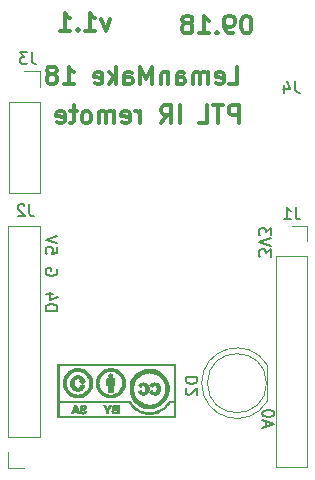
<source format=gbo>
G04 #@! TF.GenerationSoftware,KiCad,Pcbnew,5.0.0*
G04 #@! TF.CreationDate,2018-08-02T12:49:40+02:00*
G04 #@! TF.ProjectId,PTL-IR_remote,50544C2D49525F72656D6F74652E6B69,v1.1*
G04 #@! TF.SameCoordinates,PXa4b7f80PY71d9820*
G04 #@! TF.FileFunction,Legend,Bot*
G04 #@! TF.FilePolarity,Positive*
%FSLAX46Y46*%
G04 Gerber Fmt 4.6, Leading zero omitted, Abs format (unit mm)*
G04 Created by KiCad (PCBNEW 5.0.0) date Thu Aug  2 12:49:40 2018*
%MOMM*%
%LPD*%
G01*
G04 APERTURE LIST*
%ADD10C,0.150000*%
%ADD11C,0.300000*%
%ADD12C,0.120000*%
%ADD13C,0.002540*%
G04 APERTURE END LIST*
D10*
X3103619Y13231905D02*
X4103619Y13231905D01*
X4103619Y13470000D01*
X4056000Y13612858D01*
X3960761Y13708096D01*
X3865523Y13755715D01*
X3675047Y13803334D01*
X3532190Y13803334D01*
X3341714Y13755715D01*
X3246476Y13708096D01*
X3151238Y13612858D01*
X3103619Y13470000D01*
X3103619Y13231905D01*
X3770285Y14660477D02*
X3103619Y14660477D01*
X4151238Y14422381D02*
X3436952Y14184286D01*
X3436952Y14803334D01*
X21733333Y3385715D02*
X21733333Y3861905D01*
X21447619Y3290477D02*
X22447619Y3623810D01*
X21447619Y3957143D01*
X22447619Y4480953D02*
X22447619Y4576191D01*
X22400000Y4671429D01*
X22352380Y4719048D01*
X22257142Y4766667D01*
X22066666Y4814286D01*
X21828571Y4814286D01*
X21638095Y4766667D01*
X21542857Y4719048D01*
X21495238Y4671429D01*
X21447619Y4576191D01*
X21447619Y4480953D01*
X21495238Y4385715D01*
X21542857Y4338096D01*
X21638095Y4290477D01*
X21828571Y4242858D01*
X22066666Y4242858D01*
X22257142Y4290477D01*
X22352380Y4338096D01*
X22400000Y4385715D01*
X22447619Y4480953D01*
X22147619Y17811905D02*
X22147619Y18430953D01*
X21766666Y18097620D01*
X21766666Y18240477D01*
X21719047Y18335715D01*
X21671428Y18383334D01*
X21576190Y18430953D01*
X21338095Y18430953D01*
X21242857Y18383334D01*
X21195238Y18335715D01*
X21147619Y18240477D01*
X21147619Y17954762D01*
X21195238Y17859524D01*
X21242857Y17811905D01*
X22147619Y18716667D02*
X21147619Y19050000D01*
X22147619Y19383334D01*
X22147619Y19621429D02*
X22147619Y20240477D01*
X21766666Y19907143D01*
X21766666Y20050000D01*
X21719047Y20145239D01*
X21671428Y20192858D01*
X21576190Y20240477D01*
X21338095Y20240477D01*
X21242857Y20192858D01*
X21195238Y20145239D01*
X21147619Y20050000D01*
X21147619Y19764286D01*
X21195238Y19669048D01*
X21242857Y19621429D01*
X4103619Y18605524D02*
X4103619Y18129334D01*
X3627428Y18081715D01*
X3675047Y18129334D01*
X3722666Y18224572D01*
X3722666Y18462667D01*
X3675047Y18557905D01*
X3627428Y18605524D01*
X3532190Y18653143D01*
X3294095Y18653143D01*
X3198857Y18605524D01*
X3151238Y18557905D01*
X3103619Y18462667D01*
X3103619Y18224572D01*
X3151238Y18129334D01*
X3198857Y18081715D01*
X4103619Y18938858D02*
X3103619Y19272191D01*
X4103619Y19605524D01*
X4056000Y16771905D02*
X4103619Y16676667D01*
X4103619Y16533810D01*
X4056000Y16390953D01*
X3960761Y16295715D01*
X3865523Y16248096D01*
X3675047Y16200477D01*
X3532190Y16200477D01*
X3341714Y16248096D01*
X3246476Y16295715D01*
X3151238Y16390953D01*
X3103619Y16533810D01*
X3103619Y16629048D01*
X3151238Y16771905D01*
X3198857Y16819524D01*
X3532190Y16819524D01*
X3532190Y16629048D01*
D11*
X18633571Y32421429D02*
X19347857Y32421429D01*
X19347857Y33921429D01*
X17562142Y32492858D02*
X17705000Y32421429D01*
X17990714Y32421429D01*
X18133571Y32492858D01*
X18205000Y32635715D01*
X18205000Y33207143D01*
X18133571Y33350000D01*
X17990714Y33421429D01*
X17705000Y33421429D01*
X17562142Y33350000D01*
X17490714Y33207143D01*
X17490714Y33064286D01*
X18205000Y32921429D01*
X16847857Y32421429D02*
X16847857Y33421429D01*
X16847857Y33278572D02*
X16776428Y33350000D01*
X16633571Y33421429D01*
X16419285Y33421429D01*
X16276428Y33350000D01*
X16205000Y33207143D01*
X16205000Y32421429D01*
X16205000Y33207143D02*
X16133571Y33350000D01*
X15990714Y33421429D01*
X15776428Y33421429D01*
X15633571Y33350000D01*
X15562142Y33207143D01*
X15562142Y32421429D01*
X14205000Y32421429D02*
X14205000Y33207143D01*
X14276428Y33350000D01*
X14419285Y33421429D01*
X14705000Y33421429D01*
X14847857Y33350000D01*
X14205000Y32492858D02*
X14347857Y32421429D01*
X14705000Y32421429D01*
X14847857Y32492858D01*
X14919285Y32635715D01*
X14919285Y32778572D01*
X14847857Y32921429D01*
X14705000Y32992858D01*
X14347857Y32992858D01*
X14205000Y33064286D01*
X13490714Y33421429D02*
X13490714Y32421429D01*
X13490714Y33278572D02*
X13419285Y33350000D01*
X13276428Y33421429D01*
X13062142Y33421429D01*
X12919285Y33350000D01*
X12847857Y33207143D01*
X12847857Y32421429D01*
X12133571Y32421429D02*
X12133571Y33921429D01*
X11633571Y32850000D01*
X11133571Y33921429D01*
X11133571Y32421429D01*
X9776428Y32421429D02*
X9776428Y33207143D01*
X9847857Y33350000D01*
X9990714Y33421429D01*
X10276428Y33421429D01*
X10419285Y33350000D01*
X9776428Y32492858D02*
X9919285Y32421429D01*
X10276428Y32421429D01*
X10419285Y32492858D01*
X10490714Y32635715D01*
X10490714Y32778572D01*
X10419285Y32921429D01*
X10276428Y32992858D01*
X9919285Y32992858D01*
X9776428Y33064286D01*
X9062142Y32421429D02*
X9062142Y33921429D01*
X8919285Y32992858D02*
X8490714Y32421429D01*
X8490714Y33421429D02*
X9062142Y32850000D01*
X7276428Y32492858D02*
X7419285Y32421429D01*
X7705000Y32421429D01*
X7847857Y32492858D01*
X7919285Y32635715D01*
X7919285Y33207143D01*
X7847857Y33350000D01*
X7705000Y33421429D01*
X7419285Y33421429D01*
X7276428Y33350000D01*
X7205000Y33207143D01*
X7205000Y33064286D01*
X7919285Y32921429D01*
X4633571Y32421429D02*
X5490714Y32421429D01*
X5062142Y32421429D02*
X5062142Y33921429D01*
X5205000Y33707143D01*
X5347857Y33564286D01*
X5490714Y33492858D01*
X3776428Y33278572D02*
X3919285Y33350000D01*
X3990714Y33421429D01*
X4062142Y33564286D01*
X4062142Y33635715D01*
X3990714Y33778572D01*
X3919285Y33850000D01*
X3776428Y33921429D01*
X3490714Y33921429D01*
X3347857Y33850000D01*
X3276428Y33778572D01*
X3205000Y33635715D01*
X3205000Y33564286D01*
X3276428Y33421429D01*
X3347857Y33350000D01*
X3490714Y33278572D01*
X3776428Y33278572D01*
X3919285Y33207143D01*
X3990714Y33135715D01*
X4062142Y32992858D01*
X4062142Y32707143D01*
X3990714Y32564286D01*
X3919285Y32492858D01*
X3776428Y32421429D01*
X3490714Y32421429D01*
X3347857Y32492858D01*
X3276428Y32564286D01*
X3205000Y32707143D01*
X3205000Y32992858D01*
X3276428Y33135715D01*
X3347857Y33207143D01*
X3490714Y33278572D01*
X8542857Y37921429D02*
X8185714Y36921429D01*
X7828571Y37921429D01*
X6471428Y36921429D02*
X7328571Y36921429D01*
X6900000Y36921429D02*
X6900000Y38421429D01*
X7042857Y38207143D01*
X7185714Y38064286D01*
X7328571Y37992858D01*
X5828571Y37064286D02*
X5757142Y36992858D01*
X5828571Y36921429D01*
X5900000Y36992858D01*
X5828571Y37064286D01*
X5828571Y36921429D01*
X4328571Y36921429D02*
X5185714Y36921429D01*
X4757142Y36921429D02*
X4757142Y38421429D01*
X4900000Y38207143D01*
X5042857Y38064286D01*
X5185714Y37992858D01*
X19447857Y29121429D02*
X19447857Y30621429D01*
X18876428Y30621429D01*
X18733571Y30550000D01*
X18662142Y30478572D01*
X18590714Y30335715D01*
X18590714Y30121429D01*
X18662142Y29978572D01*
X18733571Y29907143D01*
X18876428Y29835715D01*
X19447857Y29835715D01*
X18162142Y30621429D02*
X17305000Y30621429D01*
X17733571Y29121429D02*
X17733571Y30621429D01*
X16090714Y29121429D02*
X16805000Y29121429D01*
X16805000Y30621429D01*
X14447857Y29121429D02*
X14447857Y30621429D01*
X12876428Y29121429D02*
X13376428Y29835715D01*
X13733571Y29121429D02*
X13733571Y30621429D01*
X13162142Y30621429D01*
X13019285Y30550000D01*
X12947857Y30478572D01*
X12876428Y30335715D01*
X12876428Y30121429D01*
X12947857Y29978572D01*
X13019285Y29907143D01*
X13162142Y29835715D01*
X13733571Y29835715D01*
X11090714Y29121429D02*
X11090714Y30121429D01*
X11090714Y29835715D02*
X11019285Y29978572D01*
X10947857Y30050000D01*
X10805000Y30121429D01*
X10662142Y30121429D01*
X9590714Y29192858D02*
X9733571Y29121429D01*
X10019285Y29121429D01*
X10162142Y29192858D01*
X10233571Y29335715D01*
X10233571Y29907143D01*
X10162142Y30050000D01*
X10019285Y30121429D01*
X9733571Y30121429D01*
X9590714Y30050000D01*
X9519285Y29907143D01*
X9519285Y29764286D01*
X10233571Y29621429D01*
X8876428Y29121429D02*
X8876428Y30121429D01*
X8876428Y29978572D02*
X8805000Y30050000D01*
X8662142Y30121429D01*
X8447857Y30121429D01*
X8305000Y30050000D01*
X8233571Y29907143D01*
X8233571Y29121429D01*
X8233571Y29907143D02*
X8162142Y30050000D01*
X8019285Y30121429D01*
X7805000Y30121429D01*
X7662142Y30050000D01*
X7590714Y29907143D01*
X7590714Y29121429D01*
X6662142Y29121429D02*
X6805000Y29192858D01*
X6876428Y29264286D01*
X6947857Y29407143D01*
X6947857Y29835715D01*
X6876428Y29978572D01*
X6805000Y30050000D01*
X6662142Y30121429D01*
X6447857Y30121429D01*
X6305000Y30050000D01*
X6233571Y29978572D01*
X6162142Y29835715D01*
X6162142Y29407143D01*
X6233571Y29264286D01*
X6305000Y29192858D01*
X6447857Y29121429D01*
X6662142Y29121429D01*
X5733571Y30121429D02*
X5162142Y30121429D01*
X5519285Y30621429D02*
X5519285Y29335715D01*
X5447857Y29192858D01*
X5305000Y29121429D01*
X5162142Y29121429D01*
X4090714Y29192858D02*
X4233571Y29121429D01*
X4519285Y29121429D01*
X4662142Y29192858D01*
X4733571Y29335715D01*
X4733571Y29907143D01*
X4662142Y30050000D01*
X4519285Y30121429D01*
X4233571Y30121429D01*
X4090714Y30050000D01*
X4019285Y29907143D01*
X4019285Y29764286D01*
X4733571Y29621429D01*
X20171428Y38221429D02*
X20028571Y38221429D01*
X19885714Y38150000D01*
X19814285Y38078572D01*
X19742857Y37935715D01*
X19671428Y37650000D01*
X19671428Y37292858D01*
X19742857Y37007143D01*
X19814285Y36864286D01*
X19885714Y36792858D01*
X20028571Y36721429D01*
X20171428Y36721429D01*
X20314285Y36792858D01*
X20385714Y36864286D01*
X20457142Y37007143D01*
X20528571Y37292858D01*
X20528571Y37650000D01*
X20457142Y37935715D01*
X20385714Y38078572D01*
X20314285Y38150000D01*
X20171428Y38221429D01*
X18957142Y36721429D02*
X18671428Y36721429D01*
X18528571Y36792858D01*
X18457142Y36864286D01*
X18314285Y37078572D01*
X18242857Y37364286D01*
X18242857Y37935715D01*
X18314285Y38078572D01*
X18385714Y38150000D01*
X18528571Y38221429D01*
X18814285Y38221429D01*
X18957142Y38150000D01*
X19028571Y38078572D01*
X19100000Y37935715D01*
X19100000Y37578572D01*
X19028571Y37435715D01*
X18957142Y37364286D01*
X18814285Y37292858D01*
X18528571Y37292858D01*
X18385714Y37364286D01*
X18314285Y37435715D01*
X18242857Y37578572D01*
X17600000Y36864286D02*
X17528571Y36792858D01*
X17600000Y36721429D01*
X17671428Y36792858D01*
X17600000Y36864286D01*
X17600000Y36721429D01*
X16100000Y36721429D02*
X16957142Y36721429D01*
X16528571Y36721429D02*
X16528571Y38221429D01*
X16671428Y38007143D01*
X16814285Y37864286D01*
X16957142Y37792858D01*
X15242857Y37578572D02*
X15385714Y37650000D01*
X15457142Y37721429D01*
X15528571Y37864286D01*
X15528571Y37935715D01*
X15457142Y38078572D01*
X15385714Y38150000D01*
X15242857Y38221429D01*
X14957142Y38221429D01*
X14814285Y38150000D01*
X14742857Y38078572D01*
X14671428Y37935715D01*
X14671428Y37864286D01*
X14742857Y37721429D01*
X14814285Y37650000D01*
X14957142Y37578572D01*
X15242857Y37578572D01*
X15385714Y37507143D01*
X15457142Y37435715D01*
X15528571Y37292858D01*
X15528571Y37007143D01*
X15457142Y36864286D01*
X15385714Y36792858D01*
X15242857Y36721429D01*
X14957142Y36721429D01*
X14814285Y36792858D01*
X14742857Y36864286D01*
X14671428Y37007143D01*
X14671428Y37292858D01*
X14742857Y37435715D01*
X14814285Y37507143D01*
X14957142Y37578572D01*
D12*
G04 #@! TO.C,J3*
X2630000Y23250000D02*
X-30000Y23250000D01*
X2630000Y30930000D02*
X2630000Y23250000D01*
X-30000Y30930000D02*
X-30000Y23250000D01*
X2630000Y30930000D02*
X-30000Y30930000D01*
X2630000Y32200000D02*
X2630000Y33530000D01*
X2630000Y33530000D02*
X1300000Y33530000D01*
D13*
G04 #@! TO.C,G\002A\002A\002A*
G36*
X5178240Y7145160D02*
X5185860Y7023240D01*
X5211260Y6903860D01*
X5251900Y6792100D01*
X5279840Y6748920D01*
X5317940Y6698120D01*
X5358580Y6649860D01*
X5363660Y6644780D01*
X5460180Y6566040D01*
X5569400Y6507620D01*
X5686240Y6477140D01*
X5810700Y6464440D01*
X5937700Y6474600D01*
X5945320Y6477140D01*
X6052000Y6507620D01*
X6148520Y6563500D01*
X6227260Y6637160D01*
X6293300Y6731140D01*
X6341560Y6842900D01*
X6359340Y6911480D01*
X6369500Y6947040D01*
X6209480Y6947040D01*
X6049460Y6947040D01*
X6041840Y6893700D01*
X6024060Y6840360D01*
X5991040Y6792100D01*
X5950400Y6756540D01*
X5945320Y6754000D01*
X5917380Y6743840D01*
X5876740Y6733680D01*
X5846260Y6728600D01*
X5759900Y6723520D01*
X5683700Y6743840D01*
X5617660Y6784480D01*
X5564320Y6847980D01*
X5526220Y6931800D01*
X5500820Y7035940D01*
X5493200Y7127380D01*
X5498280Y7221360D01*
X5513520Y7310260D01*
X5541460Y7386460D01*
X5544000Y7394080D01*
X5587180Y7452500D01*
X5645600Y7498220D01*
X5706560Y7521080D01*
X5785300Y7531240D01*
X5864040Y7521080D01*
X5932620Y7493140D01*
X5988500Y7449960D01*
X6021520Y7401700D01*
X6041840Y7358520D01*
X6046920Y7333120D01*
X6036760Y7320420D01*
X6011360Y7315340D01*
X6001200Y7315340D01*
X5952940Y7315340D01*
X6077400Y7190880D01*
X6201860Y7066420D01*
X6326320Y7190880D01*
X6450780Y7315340D01*
X6405060Y7315340D01*
X6366960Y7322960D01*
X6346640Y7343280D01*
X6341560Y7378840D01*
X6336480Y7409320D01*
X6316160Y7455040D01*
X6288220Y7508380D01*
X6257740Y7561720D01*
X6224720Y7607440D01*
X6196780Y7640460D01*
X6112960Y7706500D01*
X6016440Y7754760D01*
X5909760Y7782700D01*
X5795460Y7790320D01*
X5678620Y7780160D01*
X5564320Y7747140D01*
X5498280Y7716660D01*
X5406840Y7658240D01*
X5330640Y7579500D01*
X5267140Y7485520D01*
X5221420Y7378840D01*
X5190940Y7264540D01*
X5178240Y7145160D01*
X5178240Y7145160D01*
G37*
X5178240Y7145160D02*
X5185860Y7023240D01*
X5211260Y6903860D01*
X5251900Y6792100D01*
X5279840Y6748920D01*
X5317940Y6698120D01*
X5358580Y6649860D01*
X5363660Y6644780D01*
X5460180Y6566040D01*
X5569400Y6507620D01*
X5686240Y6477140D01*
X5810700Y6464440D01*
X5937700Y6474600D01*
X5945320Y6477140D01*
X6052000Y6507620D01*
X6148520Y6563500D01*
X6227260Y6637160D01*
X6293300Y6731140D01*
X6341560Y6842900D01*
X6359340Y6911480D01*
X6369500Y6947040D01*
X6209480Y6947040D01*
X6049460Y6947040D01*
X6041840Y6893700D01*
X6024060Y6840360D01*
X5991040Y6792100D01*
X5950400Y6756540D01*
X5945320Y6754000D01*
X5917380Y6743840D01*
X5876740Y6733680D01*
X5846260Y6728600D01*
X5759900Y6723520D01*
X5683700Y6743840D01*
X5617660Y6784480D01*
X5564320Y6847980D01*
X5526220Y6931800D01*
X5500820Y7035940D01*
X5493200Y7127380D01*
X5498280Y7221360D01*
X5513520Y7310260D01*
X5541460Y7386460D01*
X5544000Y7394080D01*
X5587180Y7452500D01*
X5645600Y7498220D01*
X5706560Y7521080D01*
X5785300Y7531240D01*
X5864040Y7521080D01*
X5932620Y7493140D01*
X5988500Y7449960D01*
X6021520Y7401700D01*
X6041840Y7358520D01*
X6046920Y7333120D01*
X6036760Y7320420D01*
X6011360Y7315340D01*
X6001200Y7315340D01*
X5952940Y7315340D01*
X6077400Y7190880D01*
X6201860Y7066420D01*
X6326320Y7190880D01*
X6450780Y7315340D01*
X6405060Y7315340D01*
X6366960Y7322960D01*
X6346640Y7343280D01*
X6341560Y7378840D01*
X6336480Y7409320D01*
X6316160Y7455040D01*
X6288220Y7508380D01*
X6257740Y7561720D01*
X6224720Y7607440D01*
X6196780Y7640460D01*
X6112960Y7706500D01*
X6016440Y7754760D01*
X5909760Y7782700D01*
X5795460Y7790320D01*
X5678620Y7780160D01*
X5564320Y7747140D01*
X5498280Y7716660D01*
X5406840Y7658240D01*
X5330640Y7579500D01*
X5267140Y7485520D01*
X5221420Y7378840D01*
X5190940Y7264540D01*
X5178240Y7145160D01*
G36*
X8416740Y7749680D02*
X8426900Y7698880D01*
X8454840Y7653160D01*
X8495480Y7615060D01*
X8553900Y7592200D01*
X8558980Y7592200D01*
X8594540Y7592200D01*
X8637720Y7599820D01*
X8647880Y7604900D01*
X8680900Y7615060D01*
X8698680Y7622680D01*
X8701220Y7622680D01*
X8708840Y7632840D01*
X8724080Y7655700D01*
X8729160Y7665860D01*
X8754560Y7726820D01*
X8757100Y7787780D01*
X8739320Y7841120D01*
X8703760Y7886840D01*
X8652960Y7919860D01*
X8592000Y7932560D01*
X8581840Y7932560D01*
X8520880Y7922400D01*
X8472620Y7891920D01*
X8439600Y7851280D01*
X8421820Y7803020D01*
X8416740Y7749680D01*
X8416740Y7749680D01*
G37*
X8416740Y7749680D02*
X8426900Y7698880D01*
X8454840Y7653160D01*
X8495480Y7615060D01*
X8553900Y7592200D01*
X8558980Y7592200D01*
X8594540Y7592200D01*
X8637720Y7599820D01*
X8647880Y7604900D01*
X8680900Y7615060D01*
X8698680Y7622680D01*
X8701220Y7622680D01*
X8708840Y7632840D01*
X8724080Y7655700D01*
X8729160Y7665860D01*
X8754560Y7726820D01*
X8757100Y7787780D01*
X8739320Y7841120D01*
X8703760Y7886840D01*
X8652960Y7919860D01*
X8592000Y7932560D01*
X8581840Y7932560D01*
X8520880Y7922400D01*
X8472620Y7891920D01*
X8439600Y7851280D01*
X8421820Y7803020D01*
X8416740Y7749680D01*
G36*
X8254180Y7406780D02*
X8256720Y7366140D01*
X8256720Y7310260D01*
X8256720Y7241680D01*
X8256720Y7175640D01*
X8259260Y6947040D01*
X8325300Y6941960D01*
X8391340Y6939420D01*
X8396420Y6642240D01*
X8398960Y6347600D01*
X8589460Y6347600D01*
X8782500Y6347600D01*
X8782500Y6647320D01*
X8782500Y6947040D01*
X8835840Y6944500D01*
X8873940Y6944500D01*
X8901880Y6944500D01*
X8906960Y6944500D01*
X8912040Y6952120D01*
X8917120Y6972440D01*
X8919660Y7008000D01*
X8922200Y7063880D01*
X8922200Y7140080D01*
X8922200Y7206120D01*
X8922200Y7295020D01*
X8922200Y7366140D01*
X8919660Y7416940D01*
X8914580Y7449960D01*
X8912040Y7475360D01*
X8904420Y7490600D01*
X8901880Y7493140D01*
X8894260Y7500760D01*
X8886640Y7508380D01*
X8871400Y7513460D01*
X8848540Y7516000D01*
X8815520Y7518540D01*
X8764720Y7521080D01*
X8696140Y7521080D01*
X8604700Y7521080D01*
X8589460Y7521080D01*
X8490400Y7521080D01*
X8411660Y7518540D01*
X8353240Y7516000D01*
X8310060Y7510920D01*
X8282120Y7503300D01*
X8266880Y7490600D01*
X8259260Y7472820D01*
X8256720Y7449960D01*
X8254180Y7424560D01*
X8254180Y7406780D01*
X8254180Y7406780D01*
G37*
X8254180Y7406780D02*
X8256720Y7366140D01*
X8256720Y7310260D01*
X8256720Y7241680D01*
X8256720Y7175640D01*
X8259260Y6947040D01*
X8325300Y6941960D01*
X8391340Y6939420D01*
X8396420Y6642240D01*
X8398960Y6347600D01*
X8589460Y6347600D01*
X8782500Y6347600D01*
X8782500Y6647320D01*
X8782500Y6947040D01*
X8835840Y6944500D01*
X8873940Y6944500D01*
X8901880Y6944500D01*
X8906960Y6944500D01*
X8912040Y6952120D01*
X8917120Y6972440D01*
X8919660Y7008000D01*
X8922200Y7063880D01*
X8922200Y7140080D01*
X8922200Y7206120D01*
X8922200Y7295020D01*
X8922200Y7366140D01*
X8919660Y7416940D01*
X8914580Y7449960D01*
X8912040Y7475360D01*
X8904420Y7490600D01*
X8901880Y7493140D01*
X8894260Y7500760D01*
X8886640Y7508380D01*
X8871400Y7513460D01*
X8848540Y7516000D01*
X8815520Y7518540D01*
X8764720Y7521080D01*
X8696140Y7521080D01*
X8604700Y7521080D01*
X8589460Y7521080D01*
X8490400Y7521080D01*
X8411660Y7518540D01*
X8353240Y7516000D01*
X8310060Y7510920D01*
X8282120Y7503300D01*
X8266880Y7490600D01*
X8259260Y7472820D01*
X8256720Y7449960D01*
X8254180Y7424560D01*
X8254180Y7406780D01*
G36*
X10933880Y6398400D02*
X10933880Y6383160D01*
X10949120Y6355220D01*
X10964360Y6332360D01*
X11038020Y6251080D01*
X11119300Y6195200D01*
X11210740Y6157100D01*
X11314880Y6141860D01*
X11431720Y6144400D01*
X11528240Y6162180D01*
X11612060Y6197740D01*
X11688260Y6251080D01*
X11700960Y6263780D01*
X11767000Y6342520D01*
X11815260Y6433960D01*
X11843200Y6540640D01*
X11845740Y6560960D01*
X11850820Y6680340D01*
X11838120Y6789560D01*
X11805100Y6893700D01*
X11754300Y6982600D01*
X11688260Y7056260D01*
X11606980Y7114680D01*
X11558720Y7137540D01*
X11459660Y7160400D01*
X11352980Y7168020D01*
X11246300Y7157860D01*
X11147240Y7129920D01*
X11134540Y7124840D01*
X11088820Y7099440D01*
X11038020Y7061340D01*
X10992300Y7018160D01*
X10956740Y6977520D01*
X10944040Y6959740D01*
X10936420Y6941960D01*
X10936420Y6929260D01*
X10949120Y6919100D01*
X10974520Y6903860D01*
X11017700Y6881000D01*
X11035480Y6870840D01*
X11142160Y6817500D01*
X11203120Y6881000D01*
X11238680Y6916560D01*
X11261540Y6934340D01*
X11286940Y6944500D01*
X11319960Y6947040D01*
X11335200Y6947040D01*
X11406320Y6936880D01*
X11462200Y6908940D01*
X11505380Y6858140D01*
X11525700Y6825120D01*
X11546020Y6759080D01*
X11556180Y6680340D01*
X11556180Y6596520D01*
X11540940Y6520320D01*
X11528240Y6484760D01*
X11490140Y6426340D01*
X11439340Y6385700D01*
X11378380Y6365380D01*
X11312340Y6362840D01*
X11248840Y6383160D01*
X11192960Y6423800D01*
X11165020Y6454280D01*
X11144700Y6479680D01*
X11139620Y6489840D01*
X11132000Y6494920D01*
X11114220Y6494920D01*
X11083740Y6482220D01*
X11038020Y6456820D01*
X10994840Y6433960D01*
X10956740Y6413640D01*
X10936420Y6400940D01*
X10933880Y6398400D01*
X10933880Y6398400D01*
G37*
X10933880Y6398400D02*
X10933880Y6383160D01*
X10949120Y6355220D01*
X10964360Y6332360D01*
X11038020Y6251080D01*
X11119300Y6195200D01*
X11210740Y6157100D01*
X11314880Y6141860D01*
X11431720Y6144400D01*
X11528240Y6162180D01*
X11612060Y6197740D01*
X11688260Y6251080D01*
X11700960Y6263780D01*
X11767000Y6342520D01*
X11815260Y6433960D01*
X11843200Y6540640D01*
X11845740Y6560960D01*
X11850820Y6680340D01*
X11838120Y6789560D01*
X11805100Y6893700D01*
X11754300Y6982600D01*
X11688260Y7056260D01*
X11606980Y7114680D01*
X11558720Y7137540D01*
X11459660Y7160400D01*
X11352980Y7168020D01*
X11246300Y7157860D01*
X11147240Y7129920D01*
X11134540Y7124840D01*
X11088820Y7099440D01*
X11038020Y7061340D01*
X10992300Y7018160D01*
X10956740Y6977520D01*
X10944040Y6959740D01*
X10936420Y6941960D01*
X10936420Y6929260D01*
X10949120Y6919100D01*
X10974520Y6903860D01*
X11017700Y6881000D01*
X11035480Y6870840D01*
X11142160Y6817500D01*
X11203120Y6881000D01*
X11238680Y6916560D01*
X11261540Y6934340D01*
X11286940Y6944500D01*
X11319960Y6947040D01*
X11335200Y6947040D01*
X11406320Y6936880D01*
X11462200Y6908940D01*
X11505380Y6858140D01*
X11525700Y6825120D01*
X11546020Y6759080D01*
X11556180Y6680340D01*
X11556180Y6596520D01*
X11540940Y6520320D01*
X11528240Y6484760D01*
X11490140Y6426340D01*
X11439340Y6385700D01*
X11378380Y6365380D01*
X11312340Y6362840D01*
X11248840Y6383160D01*
X11192960Y6423800D01*
X11165020Y6454280D01*
X11144700Y6479680D01*
X11139620Y6489840D01*
X11132000Y6494920D01*
X11114220Y6494920D01*
X11083740Y6482220D01*
X11038020Y6456820D01*
X10994840Y6433960D01*
X10956740Y6413640D01*
X10936420Y6400940D01*
X10933880Y6398400D01*
G36*
X11883840Y6395860D02*
X11906700Y6357760D01*
X11939720Y6312040D01*
X11990520Y6263780D01*
X12043860Y6218060D01*
X12097200Y6185040D01*
X12109900Y6179960D01*
X12201340Y6152020D01*
X12308020Y6141860D01*
X12389300Y6144400D01*
X12498520Y6167260D01*
X12592500Y6207900D01*
X12671240Y6268860D01*
X12734740Y6347600D01*
X12780460Y6441580D01*
X12808400Y6545720D01*
X12813480Y6667640D01*
X12810940Y6700660D01*
X12795700Y6812420D01*
X12760140Y6906400D01*
X12706800Y6990220D01*
X12686480Y7015620D01*
X12605200Y7086740D01*
X12508680Y7137540D01*
X12404540Y7165480D01*
X12290240Y7168020D01*
X12239440Y7162940D01*
X12181020Y7150240D01*
X12120060Y7135000D01*
X12079420Y7117220D01*
X12041320Y7094360D01*
X11998140Y7061340D01*
X11957500Y7023240D01*
X11924480Y6987680D01*
X11901620Y6954660D01*
X11896540Y6939420D01*
X11906700Y6924180D01*
X11934640Y6903860D01*
X11977820Y6881000D01*
X11998140Y6868300D01*
X12099740Y6817500D01*
X12160700Y6881000D01*
X12196260Y6916560D01*
X12221660Y6934340D01*
X12244520Y6944500D01*
X12277540Y6947040D01*
X12295320Y6947040D01*
X12366440Y6934340D01*
X12424860Y6903860D01*
X12473120Y6850520D01*
X12475660Y6842900D01*
X12493440Y6799720D01*
X12503600Y6736220D01*
X12508680Y6667640D01*
X12506140Y6593980D01*
X12498520Y6530480D01*
X12490900Y6500000D01*
X12460420Y6439040D01*
X12417240Y6395860D01*
X12358820Y6373000D01*
X12297860Y6367920D01*
X12229280Y6373000D01*
X12181020Y6393320D01*
X12137840Y6433960D01*
X12120060Y6459360D01*
X12099740Y6487300D01*
X12084500Y6500000D01*
X12069260Y6494920D01*
X12036240Y6479680D01*
X11995600Y6456820D01*
X11977820Y6449200D01*
X11883840Y6395860D01*
X11883840Y6395860D01*
G37*
X11883840Y6395860D02*
X11906700Y6357760D01*
X11939720Y6312040D01*
X11990520Y6263780D01*
X12043860Y6218060D01*
X12097200Y6185040D01*
X12109900Y6179960D01*
X12201340Y6152020D01*
X12308020Y6141860D01*
X12389300Y6144400D01*
X12498520Y6167260D01*
X12592500Y6207900D01*
X12671240Y6268860D01*
X12734740Y6347600D01*
X12780460Y6441580D01*
X12808400Y6545720D01*
X12813480Y6667640D01*
X12810940Y6700660D01*
X12795700Y6812420D01*
X12760140Y6906400D01*
X12706800Y6990220D01*
X12686480Y7015620D01*
X12605200Y7086740D01*
X12508680Y7137540D01*
X12404540Y7165480D01*
X12290240Y7168020D01*
X12239440Y7162940D01*
X12181020Y7150240D01*
X12120060Y7135000D01*
X12079420Y7117220D01*
X12041320Y7094360D01*
X11998140Y7061340D01*
X11957500Y7023240D01*
X11924480Y6987680D01*
X11901620Y6954660D01*
X11896540Y6939420D01*
X11906700Y6924180D01*
X11934640Y6903860D01*
X11977820Y6881000D01*
X11998140Y6868300D01*
X12099740Y6817500D01*
X12160700Y6881000D01*
X12196260Y6916560D01*
X12221660Y6934340D01*
X12244520Y6944500D01*
X12277540Y6947040D01*
X12295320Y6947040D01*
X12366440Y6934340D01*
X12424860Y6903860D01*
X12473120Y6850520D01*
X12475660Y6842900D01*
X12493440Y6799720D01*
X12503600Y6736220D01*
X12508680Y6667640D01*
X12506140Y6593980D01*
X12498520Y6530480D01*
X12490900Y6500000D01*
X12460420Y6439040D01*
X12417240Y6395860D01*
X12358820Y6373000D01*
X12297860Y6367920D01*
X12229280Y6373000D01*
X12181020Y6393320D01*
X12137840Y6433960D01*
X12120060Y6459360D01*
X12099740Y6487300D01*
X12084500Y6500000D01*
X12069260Y6494920D01*
X12036240Y6479680D01*
X11995600Y6456820D01*
X11977820Y6449200D01*
X11883840Y6395860D01*
G36*
X4573720Y7109600D02*
X4576260Y7010540D01*
X4583880Y6921640D01*
X4594040Y6850520D01*
X4596580Y6840360D01*
X4649920Y6672720D01*
X4728660Y6517780D01*
X4799780Y6416180D01*
X4799780Y7099440D01*
X4799780Y7175640D01*
X4807400Y7279780D01*
X4820100Y7366140D01*
X4837880Y7444880D01*
X4868360Y7523620D01*
X4898840Y7589660D01*
X4977580Y7719200D01*
X5074100Y7836040D01*
X5190940Y7940180D01*
X5317940Y8026540D01*
X5455100Y8090040D01*
X5498280Y8105280D01*
X5587180Y8128140D01*
X5691320Y8140840D01*
X5803080Y8145920D01*
X5912300Y8143380D01*
X6008820Y8130680D01*
X6018980Y8128140D01*
X6166300Y8082420D01*
X6303460Y8013840D01*
X6430460Y7927480D01*
X6542220Y7820800D01*
X6638740Y7696340D01*
X6717480Y7559180D01*
X6765740Y7444880D01*
X6783520Y7394080D01*
X6793680Y7350900D01*
X6801300Y7312800D01*
X6806380Y7269620D01*
X6808920Y7213740D01*
X6808920Y7142620D01*
X6806380Y7033400D01*
X6796220Y6939420D01*
X6775900Y6855600D01*
X6747960Y6774320D01*
X6717480Y6710820D01*
X6656520Y6609220D01*
X6580320Y6507620D01*
X6491420Y6416180D01*
X6397440Y6332360D01*
X6311080Y6273940D01*
X6179000Y6207900D01*
X6036760Y6164720D01*
X5886900Y6139320D01*
X5734500Y6136780D01*
X5587180Y6157100D01*
X5538920Y6169800D01*
X5404300Y6218060D01*
X5272220Y6289180D01*
X5152840Y6375540D01*
X5043620Y6479680D01*
X4954720Y6588900D01*
X4886140Y6708280D01*
X4878520Y6723520D01*
X4835340Y6842900D01*
X4809940Y6964820D01*
X4799780Y7099440D01*
X4799780Y6416180D01*
X4827720Y6375540D01*
X4947100Y6246000D01*
X5056320Y6154560D01*
X5206180Y6058040D01*
X5363660Y5984380D01*
X5531300Y5933580D01*
X5704020Y5908180D01*
X5881820Y5905640D01*
X6011360Y5920880D01*
X6173920Y5958980D01*
X6328860Y6019940D01*
X6476180Y6106300D01*
X6615880Y6212980D01*
X6740340Y6339980D01*
X6758120Y6360300D01*
X6862260Y6500000D01*
X6941000Y6649860D01*
X6999420Y6809880D01*
X7032440Y6974980D01*
X7042600Y7142620D01*
X7029900Y7312800D01*
X6994340Y7480440D01*
X6933380Y7645540D01*
X6915600Y7681100D01*
X6831780Y7828420D01*
X6725100Y7965580D01*
X6603180Y8084960D01*
X6466020Y8186560D01*
X6318700Y8270380D01*
X6161220Y8328800D01*
X6125660Y8341500D01*
X6079940Y8351660D01*
X6036760Y8359280D01*
X5991040Y8364360D01*
X5935160Y8366900D01*
X5864040Y8369440D01*
X5800540Y8369440D01*
X5711640Y8366900D01*
X5645600Y8364360D01*
X5592260Y8361820D01*
X5546540Y8354200D01*
X5503360Y8346580D01*
X5480500Y8338960D01*
X5376360Y8305940D01*
X5267140Y8257680D01*
X5163000Y8204340D01*
X5084260Y8153540D01*
X5030920Y8110360D01*
X4967420Y8051940D01*
X4901380Y7988440D01*
X4840420Y7922400D01*
X4792160Y7863980D01*
X4774380Y7836040D01*
X4726120Y7759840D01*
X4680400Y7668400D01*
X4639760Y7574420D01*
X4609280Y7482980D01*
X4604200Y7462660D01*
X4588960Y7394080D01*
X4581340Y7307720D01*
X4573720Y7211200D01*
X4573720Y7109600D01*
X4573720Y7109600D01*
G37*
X4573720Y7109600D02*
X4576260Y7010540D01*
X4583880Y6921640D01*
X4594040Y6850520D01*
X4596580Y6840360D01*
X4649920Y6672720D01*
X4728660Y6517780D01*
X4799780Y6416180D01*
X4799780Y7099440D01*
X4799780Y7175640D01*
X4807400Y7279780D01*
X4820100Y7366140D01*
X4837880Y7444880D01*
X4868360Y7523620D01*
X4898840Y7589660D01*
X4977580Y7719200D01*
X5074100Y7836040D01*
X5190940Y7940180D01*
X5317940Y8026540D01*
X5455100Y8090040D01*
X5498280Y8105280D01*
X5587180Y8128140D01*
X5691320Y8140840D01*
X5803080Y8145920D01*
X5912300Y8143380D01*
X6008820Y8130680D01*
X6018980Y8128140D01*
X6166300Y8082420D01*
X6303460Y8013840D01*
X6430460Y7927480D01*
X6542220Y7820800D01*
X6638740Y7696340D01*
X6717480Y7559180D01*
X6765740Y7444880D01*
X6783520Y7394080D01*
X6793680Y7350900D01*
X6801300Y7312800D01*
X6806380Y7269620D01*
X6808920Y7213740D01*
X6808920Y7142620D01*
X6806380Y7033400D01*
X6796220Y6939420D01*
X6775900Y6855600D01*
X6747960Y6774320D01*
X6717480Y6710820D01*
X6656520Y6609220D01*
X6580320Y6507620D01*
X6491420Y6416180D01*
X6397440Y6332360D01*
X6311080Y6273940D01*
X6179000Y6207900D01*
X6036760Y6164720D01*
X5886900Y6139320D01*
X5734500Y6136780D01*
X5587180Y6157100D01*
X5538920Y6169800D01*
X5404300Y6218060D01*
X5272220Y6289180D01*
X5152840Y6375540D01*
X5043620Y6479680D01*
X4954720Y6588900D01*
X4886140Y6708280D01*
X4878520Y6723520D01*
X4835340Y6842900D01*
X4809940Y6964820D01*
X4799780Y7099440D01*
X4799780Y6416180D01*
X4827720Y6375540D01*
X4947100Y6246000D01*
X5056320Y6154560D01*
X5206180Y6058040D01*
X5363660Y5984380D01*
X5531300Y5933580D01*
X5704020Y5908180D01*
X5881820Y5905640D01*
X6011360Y5920880D01*
X6173920Y5958980D01*
X6328860Y6019940D01*
X6476180Y6106300D01*
X6615880Y6212980D01*
X6740340Y6339980D01*
X6758120Y6360300D01*
X6862260Y6500000D01*
X6941000Y6649860D01*
X6999420Y6809880D01*
X7032440Y6974980D01*
X7042600Y7142620D01*
X7029900Y7312800D01*
X6994340Y7480440D01*
X6933380Y7645540D01*
X6915600Y7681100D01*
X6831780Y7828420D01*
X6725100Y7965580D01*
X6603180Y8084960D01*
X6466020Y8186560D01*
X6318700Y8270380D01*
X6161220Y8328800D01*
X6125660Y8341500D01*
X6079940Y8351660D01*
X6036760Y8359280D01*
X5991040Y8364360D01*
X5935160Y8366900D01*
X5864040Y8369440D01*
X5800540Y8369440D01*
X5711640Y8366900D01*
X5645600Y8364360D01*
X5592260Y8361820D01*
X5546540Y8354200D01*
X5503360Y8346580D01*
X5480500Y8338960D01*
X5376360Y8305940D01*
X5267140Y8257680D01*
X5163000Y8204340D01*
X5084260Y8153540D01*
X5030920Y8110360D01*
X4967420Y8051940D01*
X4901380Y7988440D01*
X4840420Y7922400D01*
X4792160Y7863980D01*
X4774380Y7836040D01*
X4726120Y7759840D01*
X4680400Y7668400D01*
X4639760Y7574420D01*
X4609280Y7482980D01*
X4604200Y7462660D01*
X4588960Y7394080D01*
X4581340Y7307720D01*
X4573720Y7211200D01*
X4573720Y7109600D01*
G36*
X7347400Y7137540D02*
X7357560Y6964820D01*
X7385500Y6807340D01*
X7433760Y6662560D01*
X7502340Y6525400D01*
X7581080Y6416180D01*
X7581080Y7137540D01*
X7588700Y7274700D01*
X7609020Y7396620D01*
X7647120Y7513460D01*
X7675060Y7576960D01*
X7748720Y7703960D01*
X7845240Y7820800D01*
X7957000Y7924940D01*
X8081460Y8013840D01*
X8216080Y8079880D01*
X8297360Y8110360D01*
X8338000Y8123060D01*
X8378640Y8130680D01*
X8424360Y8135760D01*
X8477700Y8138300D01*
X8548820Y8140840D01*
X8584380Y8140840D01*
X8663120Y8138300D01*
X8724080Y8138300D01*
X8772340Y8133220D01*
X8812980Y8125600D01*
X8853620Y8115440D01*
X8871400Y8110360D01*
X9018720Y8051940D01*
X9150800Y7970660D01*
X9272720Y7871600D01*
X9379400Y7754760D01*
X9468300Y7622680D01*
X9534340Y7477900D01*
X9562280Y7396620D01*
X9577520Y7315340D01*
X9587680Y7218820D01*
X9590220Y7117220D01*
X9585140Y7018160D01*
X9574980Y6929260D01*
X9567360Y6896240D01*
X9511480Y6746380D01*
X9435280Y6606680D01*
X9338760Y6479680D01*
X9224460Y6367920D01*
X9155880Y6317120D01*
X9023800Y6235840D01*
X8879020Y6177420D01*
X8726620Y6141860D01*
X8569140Y6134240D01*
X8439600Y6144400D01*
X8322760Y6169800D01*
X8203380Y6210440D01*
X8091620Y6263780D01*
X8063680Y6279020D01*
X8023040Y6306960D01*
X7972240Y6347600D01*
X7916360Y6398400D01*
X7863020Y6449200D01*
X7804600Y6505080D01*
X7761420Y6555880D01*
X7728400Y6601600D01*
X7700460Y6649860D01*
X7685220Y6677800D01*
X7636960Y6789560D01*
X7603940Y6901320D01*
X7586160Y7015620D01*
X7581080Y7137540D01*
X7581080Y6416180D01*
X7591240Y6398400D01*
X7690300Y6289180D01*
X7827460Y6167260D01*
X7969700Y6068200D01*
X8122100Y5992000D01*
X8282120Y5941200D01*
X8284660Y5938660D01*
X8360860Y5925960D01*
X8449760Y5915800D01*
X8546280Y5908180D01*
X8640260Y5905640D01*
X8721540Y5908180D01*
X8774880Y5913260D01*
X8942520Y5953900D01*
X9102540Y6017400D01*
X9252400Y6103760D01*
X9394640Y6210440D01*
X9455600Y6268860D01*
X9574980Y6406020D01*
X9671500Y6548260D01*
X9745160Y6705740D01*
X9785800Y6830200D01*
X9798500Y6886080D01*
X9808660Y6939420D01*
X9813740Y6992760D01*
X9816280Y7056260D01*
X9818820Y7129920D01*
X9813740Y7249300D01*
X9806120Y7345820D01*
X9795960Y7401700D01*
X9747700Y7566800D01*
X9676580Y7721740D01*
X9585140Y7863980D01*
X9475920Y7996060D01*
X9351460Y8110360D01*
X9214300Y8206880D01*
X9066980Y8283080D01*
X8906960Y8338960D01*
X8876480Y8346580D01*
X8797740Y8359280D01*
X8701220Y8366900D01*
X8599620Y8369440D01*
X8492940Y8369440D01*
X8393880Y8361820D01*
X8307520Y8349120D01*
X8264340Y8338960D01*
X8099240Y8283080D01*
X7944300Y8201800D01*
X7799520Y8097660D01*
X7669980Y7973200D01*
X7555680Y7830960D01*
X7542980Y7815720D01*
X7469320Y7693800D01*
X7415980Y7574420D01*
X7377880Y7447420D01*
X7355020Y7307720D01*
X7347400Y7152780D01*
X7347400Y7137540D01*
X7347400Y7137540D01*
G37*
X7347400Y7137540D02*
X7357560Y6964820D01*
X7385500Y6807340D01*
X7433760Y6662560D01*
X7502340Y6525400D01*
X7581080Y6416180D01*
X7581080Y7137540D01*
X7588700Y7274700D01*
X7609020Y7396620D01*
X7647120Y7513460D01*
X7675060Y7576960D01*
X7748720Y7703960D01*
X7845240Y7820800D01*
X7957000Y7924940D01*
X8081460Y8013840D01*
X8216080Y8079880D01*
X8297360Y8110360D01*
X8338000Y8123060D01*
X8378640Y8130680D01*
X8424360Y8135760D01*
X8477700Y8138300D01*
X8548820Y8140840D01*
X8584380Y8140840D01*
X8663120Y8138300D01*
X8724080Y8138300D01*
X8772340Y8133220D01*
X8812980Y8125600D01*
X8853620Y8115440D01*
X8871400Y8110360D01*
X9018720Y8051940D01*
X9150800Y7970660D01*
X9272720Y7871600D01*
X9379400Y7754760D01*
X9468300Y7622680D01*
X9534340Y7477900D01*
X9562280Y7396620D01*
X9577520Y7315340D01*
X9587680Y7218820D01*
X9590220Y7117220D01*
X9585140Y7018160D01*
X9574980Y6929260D01*
X9567360Y6896240D01*
X9511480Y6746380D01*
X9435280Y6606680D01*
X9338760Y6479680D01*
X9224460Y6367920D01*
X9155880Y6317120D01*
X9023800Y6235840D01*
X8879020Y6177420D01*
X8726620Y6141860D01*
X8569140Y6134240D01*
X8439600Y6144400D01*
X8322760Y6169800D01*
X8203380Y6210440D01*
X8091620Y6263780D01*
X8063680Y6279020D01*
X8023040Y6306960D01*
X7972240Y6347600D01*
X7916360Y6398400D01*
X7863020Y6449200D01*
X7804600Y6505080D01*
X7761420Y6555880D01*
X7728400Y6601600D01*
X7700460Y6649860D01*
X7685220Y6677800D01*
X7636960Y6789560D01*
X7603940Y6901320D01*
X7586160Y7015620D01*
X7581080Y7137540D01*
X7581080Y6416180D01*
X7591240Y6398400D01*
X7690300Y6289180D01*
X7827460Y6167260D01*
X7969700Y6068200D01*
X8122100Y5992000D01*
X8282120Y5941200D01*
X8284660Y5938660D01*
X8360860Y5925960D01*
X8449760Y5915800D01*
X8546280Y5908180D01*
X8640260Y5905640D01*
X8721540Y5908180D01*
X8774880Y5913260D01*
X8942520Y5953900D01*
X9102540Y6017400D01*
X9252400Y6103760D01*
X9394640Y6210440D01*
X9455600Y6268860D01*
X9574980Y6406020D01*
X9671500Y6548260D01*
X9745160Y6705740D01*
X9785800Y6830200D01*
X9798500Y6886080D01*
X9808660Y6939420D01*
X9813740Y6992760D01*
X9816280Y7056260D01*
X9818820Y7129920D01*
X9813740Y7249300D01*
X9806120Y7345820D01*
X9795960Y7401700D01*
X9747700Y7566800D01*
X9676580Y7721740D01*
X9585140Y7863980D01*
X9475920Y7996060D01*
X9351460Y8110360D01*
X9214300Y8206880D01*
X9066980Y8283080D01*
X8906960Y8338960D01*
X8876480Y8346580D01*
X8797740Y8359280D01*
X8701220Y8366900D01*
X8599620Y8369440D01*
X8492940Y8369440D01*
X8393880Y8361820D01*
X8307520Y8349120D01*
X8264340Y8338960D01*
X8099240Y8283080D01*
X7944300Y8201800D01*
X7799520Y8097660D01*
X7669980Y7973200D01*
X7555680Y7830960D01*
X7542980Y7815720D01*
X7469320Y7693800D01*
X7415980Y7574420D01*
X7377880Y7447420D01*
X7355020Y7307720D01*
X7347400Y7152780D01*
X7347400Y7137540D01*
G36*
X10212520Y6675260D02*
X10212520Y6583820D01*
X10217600Y6461900D01*
X10227760Y6355220D01*
X10245540Y6261240D01*
X10268400Y6169800D01*
X10298880Y6075820D01*
X10324280Y6009780D01*
X10403020Y5844680D01*
X10504620Y5687200D01*
X10507160Y5684660D01*
X10507160Y6675260D01*
X10519860Y6853060D01*
X10557960Y7025780D01*
X10616380Y7193420D01*
X10695120Y7350900D01*
X10796720Y7495680D01*
X10916100Y7630300D01*
X11055800Y7749680D01*
X11213280Y7851280D01*
X11220900Y7856360D01*
X11373300Y7927480D01*
X11538400Y7978280D01*
X11708580Y8006220D01*
X11883840Y8016380D01*
X12056560Y8003680D01*
X12226740Y7970660D01*
X12389300Y7914780D01*
X12493440Y7866520D01*
X12638220Y7775080D01*
X12772840Y7663320D01*
X12897300Y7536320D01*
X13003980Y7396620D01*
X13090340Y7246760D01*
X13158920Y7091820D01*
X13184320Y7002920D01*
X13222420Y6817500D01*
X13232580Y6637160D01*
X13219880Y6459360D01*
X13179240Y6286640D01*
X13118280Y6119000D01*
X13031920Y5958980D01*
X12925240Y5809120D01*
X12795700Y5671960D01*
X12650920Y5550040D01*
X12495980Y5450980D01*
X12335960Y5377320D01*
X12165780Y5326520D01*
X11987980Y5301120D01*
X11802560Y5298580D01*
X11634920Y5316360D01*
X11477440Y5351920D01*
X11325040Y5410340D01*
X11175180Y5489080D01*
X11035480Y5585600D01*
X10908480Y5694820D01*
X10794180Y5819280D01*
X10697660Y5951360D01*
X10624000Y6091060D01*
X10606220Y6134240D01*
X10547800Y6314580D01*
X10514780Y6497460D01*
X10507160Y6675260D01*
X10507160Y5684660D01*
X10624000Y5542420D01*
X10758620Y5410340D01*
X10908480Y5293500D01*
X11068500Y5191900D01*
X11236140Y5110620D01*
X11411400Y5049660D01*
X11586660Y5011560D01*
X11673020Y5001400D01*
X11754300Y4993780D01*
X11817800Y4991240D01*
X11871140Y4988700D01*
X11921940Y4988700D01*
X11972740Y4991240D01*
X12018460Y4993780D01*
X12214040Y5021720D01*
X12399460Y5069980D01*
X12574720Y5143640D01*
X12744900Y5237620D01*
X12904920Y5357000D01*
X13062400Y5501780D01*
X13064940Y5506860D01*
X13202100Y5661800D01*
X13313860Y5821820D01*
X13400220Y5989460D01*
X13466260Y6164720D01*
X13506900Y6352680D01*
X13527220Y6548260D01*
X13532300Y6652400D01*
X13522140Y6835280D01*
X13499280Y7005460D01*
X13458640Y7165480D01*
X13397680Y7322960D01*
X13349420Y7419480D01*
X13245280Y7594740D01*
X13123360Y7752220D01*
X12983660Y7894460D01*
X12828720Y8018920D01*
X12663620Y8123060D01*
X12485820Y8209420D01*
X12300400Y8270380D01*
X12183560Y8295780D01*
X12099740Y8308480D01*
X11998140Y8313560D01*
X11886380Y8316100D01*
X11774620Y8316100D01*
X11670480Y8308480D01*
X11579040Y8298320D01*
X11558720Y8295780D01*
X11365680Y8247520D01*
X11180260Y8178940D01*
X11005000Y8087500D01*
X10844980Y7975740D01*
X10697660Y7846200D01*
X10565580Y7701420D01*
X10451280Y7541400D01*
X10357300Y7368680D01*
X10283640Y7183260D01*
X10268400Y7137540D01*
X10245540Y7048640D01*
X10230300Y6964820D01*
X10217600Y6878460D01*
X10212520Y6784480D01*
X10212520Y6675260D01*
X10212520Y6675260D01*
G37*
X10212520Y6675260D02*
X10212520Y6583820D01*
X10217600Y6461900D01*
X10227760Y6355220D01*
X10245540Y6261240D01*
X10268400Y6169800D01*
X10298880Y6075820D01*
X10324280Y6009780D01*
X10403020Y5844680D01*
X10504620Y5687200D01*
X10507160Y5684660D01*
X10507160Y6675260D01*
X10519860Y6853060D01*
X10557960Y7025780D01*
X10616380Y7193420D01*
X10695120Y7350900D01*
X10796720Y7495680D01*
X10916100Y7630300D01*
X11055800Y7749680D01*
X11213280Y7851280D01*
X11220900Y7856360D01*
X11373300Y7927480D01*
X11538400Y7978280D01*
X11708580Y8006220D01*
X11883840Y8016380D01*
X12056560Y8003680D01*
X12226740Y7970660D01*
X12389300Y7914780D01*
X12493440Y7866520D01*
X12638220Y7775080D01*
X12772840Y7663320D01*
X12897300Y7536320D01*
X13003980Y7396620D01*
X13090340Y7246760D01*
X13158920Y7091820D01*
X13184320Y7002920D01*
X13222420Y6817500D01*
X13232580Y6637160D01*
X13219880Y6459360D01*
X13179240Y6286640D01*
X13118280Y6119000D01*
X13031920Y5958980D01*
X12925240Y5809120D01*
X12795700Y5671960D01*
X12650920Y5550040D01*
X12495980Y5450980D01*
X12335960Y5377320D01*
X12165780Y5326520D01*
X11987980Y5301120D01*
X11802560Y5298580D01*
X11634920Y5316360D01*
X11477440Y5351920D01*
X11325040Y5410340D01*
X11175180Y5489080D01*
X11035480Y5585600D01*
X10908480Y5694820D01*
X10794180Y5819280D01*
X10697660Y5951360D01*
X10624000Y6091060D01*
X10606220Y6134240D01*
X10547800Y6314580D01*
X10514780Y6497460D01*
X10507160Y6675260D01*
X10507160Y5684660D01*
X10624000Y5542420D01*
X10758620Y5410340D01*
X10908480Y5293500D01*
X11068500Y5191900D01*
X11236140Y5110620D01*
X11411400Y5049660D01*
X11586660Y5011560D01*
X11673020Y5001400D01*
X11754300Y4993780D01*
X11817800Y4991240D01*
X11871140Y4988700D01*
X11921940Y4988700D01*
X11972740Y4991240D01*
X12018460Y4993780D01*
X12214040Y5021720D01*
X12399460Y5069980D01*
X12574720Y5143640D01*
X12744900Y5237620D01*
X12904920Y5357000D01*
X13062400Y5501780D01*
X13064940Y5506860D01*
X13202100Y5661800D01*
X13313860Y5821820D01*
X13400220Y5989460D01*
X13466260Y6164720D01*
X13506900Y6352680D01*
X13527220Y6548260D01*
X13532300Y6652400D01*
X13522140Y6835280D01*
X13499280Y7005460D01*
X13458640Y7165480D01*
X13397680Y7322960D01*
X13349420Y7419480D01*
X13245280Y7594740D01*
X13123360Y7752220D01*
X12983660Y7894460D01*
X12828720Y8018920D01*
X12663620Y8123060D01*
X12485820Y8209420D01*
X12300400Y8270380D01*
X12183560Y8295780D01*
X12099740Y8308480D01*
X11998140Y8313560D01*
X11886380Y8316100D01*
X11774620Y8316100D01*
X11670480Y8308480D01*
X11579040Y8298320D01*
X11558720Y8295780D01*
X11365680Y8247520D01*
X11180260Y8178940D01*
X11005000Y8087500D01*
X10844980Y7975740D01*
X10697660Y7846200D01*
X10565580Y7701420D01*
X10451280Y7541400D01*
X10357300Y7368680D01*
X10283640Y7183260D01*
X10268400Y7137540D01*
X10245540Y7048640D01*
X10230300Y6964820D01*
X10217600Y6878460D01*
X10212520Y6784480D01*
X10212520Y6675260D01*
G36*
X5256980Y4556900D02*
X5267140Y4551820D01*
X5300160Y4549280D01*
X5338260Y4546740D01*
X5419540Y4546740D01*
X5442400Y4622940D01*
X5465260Y4699140D01*
X5513520Y4699140D01*
X5513520Y4828680D01*
X5554160Y4942980D01*
X5569400Y4991240D01*
X5587180Y5029340D01*
X5597340Y5047120D01*
X5599880Y5049660D01*
X5610040Y5034420D01*
X5622740Y5001400D01*
X5637980Y4958220D01*
X5653220Y4912500D01*
X5668460Y4871860D01*
X5676080Y4843920D01*
X5678620Y4836300D01*
X5665920Y4831220D01*
X5635440Y4828680D01*
X5597340Y4828680D01*
X5513520Y4828680D01*
X5513520Y4699140D01*
X5597340Y4699140D01*
X5726880Y4699140D01*
X5754820Y4622940D01*
X5782760Y4546740D01*
X5864040Y4546740D01*
X5942780Y4546740D01*
X5810700Y4894720D01*
X5681160Y5242700D01*
X5594800Y5242700D01*
X5510980Y5242700D01*
X5383980Y4904880D01*
X5350960Y4815980D01*
X5320480Y4737240D01*
X5295080Y4668660D01*
X5277300Y4612780D01*
X5262060Y4574680D01*
X5256980Y4556900D01*
X5256980Y4556900D01*
G37*
X5256980Y4556900D02*
X5267140Y4551820D01*
X5300160Y4549280D01*
X5338260Y4546740D01*
X5419540Y4546740D01*
X5442400Y4622940D01*
X5465260Y4699140D01*
X5513520Y4699140D01*
X5513520Y4828680D01*
X5554160Y4942980D01*
X5569400Y4991240D01*
X5587180Y5029340D01*
X5597340Y5047120D01*
X5599880Y5049660D01*
X5610040Y5034420D01*
X5622740Y5001400D01*
X5637980Y4958220D01*
X5653220Y4912500D01*
X5668460Y4871860D01*
X5676080Y4843920D01*
X5678620Y4836300D01*
X5665920Y4831220D01*
X5635440Y4828680D01*
X5597340Y4828680D01*
X5513520Y4828680D01*
X5513520Y4699140D01*
X5597340Y4699140D01*
X5726880Y4699140D01*
X5754820Y4622940D01*
X5782760Y4546740D01*
X5864040Y4546740D01*
X5942780Y4546740D01*
X5810700Y4894720D01*
X5681160Y5242700D01*
X5594800Y5242700D01*
X5510980Y5242700D01*
X5383980Y4904880D01*
X5350960Y4815980D01*
X5320480Y4737240D01*
X5295080Y4668660D01*
X5277300Y4612780D01*
X5262060Y4574680D01*
X5256980Y4556900D01*
G36*
X7977320Y5250320D02*
X8111940Y5026800D01*
X8246560Y4803280D01*
X8246560Y4676280D01*
X8246560Y4546740D01*
X8322760Y4546740D01*
X8398960Y4546740D01*
X8398960Y4681360D01*
X8398960Y4818520D01*
X8523420Y5024260D01*
X8561520Y5090300D01*
X8594540Y5148720D01*
X8622480Y5194440D01*
X8642800Y5224920D01*
X8650420Y5240160D01*
X8640260Y5245240D01*
X8612320Y5247780D01*
X8571680Y5250320D01*
X8566600Y5250320D01*
X8477700Y5250320D01*
X8398960Y5113160D01*
X8360860Y5052200D01*
X8335460Y5014100D01*
X8317680Y4993780D01*
X8307520Y4996320D01*
X8297360Y5014100D01*
X8277040Y5047120D01*
X8251640Y5092840D01*
X8228780Y5128400D01*
X8162740Y5242700D01*
X8071300Y5247780D01*
X7977320Y5250320D01*
X7977320Y5250320D01*
G37*
X7977320Y5250320D02*
X8111940Y5026800D01*
X8246560Y4803280D01*
X8246560Y4676280D01*
X8246560Y4546740D01*
X8322760Y4546740D01*
X8398960Y4546740D01*
X8398960Y4681360D01*
X8398960Y4818520D01*
X8523420Y5024260D01*
X8561520Y5090300D01*
X8594540Y5148720D01*
X8622480Y5194440D01*
X8642800Y5224920D01*
X8650420Y5240160D01*
X8640260Y5245240D01*
X8612320Y5247780D01*
X8571680Y5250320D01*
X8566600Y5250320D01*
X8477700Y5250320D01*
X8398960Y5113160D01*
X8360860Y5052200D01*
X8335460Y5014100D01*
X8317680Y4993780D01*
X8307520Y4996320D01*
X8297360Y5014100D01*
X8277040Y5047120D01*
X8251640Y5092840D01*
X8228780Y5128400D01*
X8162740Y5242700D01*
X8071300Y5247780D01*
X7977320Y5250320D01*
G36*
X8683440Y4724540D02*
X8703760Y4658500D01*
X8744400Y4605160D01*
X8800280Y4572140D01*
X8823140Y4561980D01*
X8846000Y4556900D01*
X8846000Y4765180D01*
X8851080Y4803280D01*
X8866320Y4828680D01*
X8871400Y4831220D01*
X8871400Y5057280D01*
X8884100Y5092840D01*
X8891720Y5103000D01*
X8912040Y5113160D01*
X8945060Y5118240D01*
X9000940Y5120780D01*
X9011100Y5120780D01*
X9107620Y5120780D01*
X9112700Y5080140D01*
X9115240Y5039500D01*
X9115240Y5003940D01*
X9110160Y4986160D01*
X9102540Y4976000D01*
X9087300Y4970920D01*
X9051740Y4968380D01*
X9021260Y4968380D01*
X8955220Y4970920D01*
X8912040Y4981080D01*
X8899340Y4988700D01*
X8876480Y5019180D01*
X8871400Y5057280D01*
X8871400Y4831220D01*
X8896800Y4843920D01*
X8947600Y4851540D01*
X9008560Y4854080D01*
X9110160Y4854080D01*
X9110160Y4765180D01*
X9110160Y4673740D01*
X9003480Y4673740D01*
X8942520Y4676280D01*
X8904420Y4681360D01*
X8879020Y4688980D01*
X8868860Y4696600D01*
X8851080Y4729620D01*
X8846000Y4765180D01*
X8846000Y4556900D01*
X8851080Y4556900D01*
X8886640Y4551820D01*
X8937440Y4549280D01*
X9003480Y4546740D01*
X9066980Y4546740D01*
X9277800Y4546740D01*
X9277800Y4897260D01*
X9277800Y5250320D01*
X9069520Y5250320D01*
X8975540Y5247780D01*
X8906960Y5245240D01*
X8853620Y5240160D01*
X8815520Y5230000D01*
X8785040Y5217300D01*
X8762180Y5196980D01*
X8752020Y5189360D01*
X8734240Y5153800D01*
X8721540Y5103000D01*
X8719000Y5052200D01*
X8724080Y5026800D01*
X8739320Y4993780D01*
X8764720Y4960760D01*
X8767260Y4958220D01*
X8787580Y4937900D01*
X8790120Y4925200D01*
X8782500Y4920120D01*
X8746940Y4897260D01*
X8713920Y4859160D01*
X8691060Y4815980D01*
X8685980Y4798200D01*
X8683440Y4724540D01*
X8683440Y4724540D01*
G37*
X8683440Y4724540D02*
X8703760Y4658500D01*
X8744400Y4605160D01*
X8800280Y4572140D01*
X8823140Y4561980D01*
X8846000Y4556900D01*
X8846000Y4765180D01*
X8851080Y4803280D01*
X8866320Y4828680D01*
X8871400Y4831220D01*
X8871400Y5057280D01*
X8884100Y5092840D01*
X8891720Y5103000D01*
X8912040Y5113160D01*
X8945060Y5118240D01*
X9000940Y5120780D01*
X9011100Y5120780D01*
X9107620Y5120780D01*
X9112700Y5080140D01*
X9115240Y5039500D01*
X9115240Y5003940D01*
X9110160Y4986160D01*
X9102540Y4976000D01*
X9087300Y4970920D01*
X9051740Y4968380D01*
X9021260Y4968380D01*
X8955220Y4970920D01*
X8912040Y4981080D01*
X8899340Y4988700D01*
X8876480Y5019180D01*
X8871400Y5057280D01*
X8871400Y4831220D01*
X8896800Y4843920D01*
X8947600Y4851540D01*
X9008560Y4854080D01*
X9110160Y4854080D01*
X9110160Y4765180D01*
X9110160Y4673740D01*
X9003480Y4673740D01*
X8942520Y4676280D01*
X8904420Y4681360D01*
X8879020Y4688980D01*
X8868860Y4696600D01*
X8851080Y4729620D01*
X8846000Y4765180D01*
X8846000Y4556900D01*
X8851080Y4556900D01*
X8886640Y4551820D01*
X8937440Y4549280D01*
X9003480Y4546740D01*
X9066980Y4546740D01*
X9277800Y4546740D01*
X9277800Y4897260D01*
X9277800Y5250320D01*
X9069520Y5250320D01*
X8975540Y5247780D01*
X8906960Y5245240D01*
X8853620Y5240160D01*
X8815520Y5230000D01*
X8785040Y5217300D01*
X8762180Y5196980D01*
X8752020Y5189360D01*
X8734240Y5153800D01*
X8721540Y5103000D01*
X8719000Y5052200D01*
X8724080Y5026800D01*
X8739320Y4993780D01*
X8764720Y4960760D01*
X8767260Y4958220D01*
X8787580Y4937900D01*
X8790120Y4925200D01*
X8782500Y4920120D01*
X8746940Y4897260D01*
X8713920Y4859160D01*
X8691060Y4815980D01*
X8685980Y4798200D01*
X8683440Y4724540D01*
G36*
X5960560Y4724540D02*
X5973260Y4676280D01*
X6001200Y4630560D01*
X6011360Y4617860D01*
X6062160Y4577220D01*
X6130740Y4546740D01*
X6209480Y4531500D01*
X6288220Y4528960D01*
X6298380Y4531500D01*
X6387280Y4551820D01*
X6458400Y4589920D01*
X6511740Y4640720D01*
X6544760Y4706760D01*
X6547300Y4714380D01*
X6554920Y4752480D01*
X6547300Y4775340D01*
X6524440Y4788040D01*
X6481260Y4788040D01*
X6471100Y4788040D01*
X6430460Y4782960D01*
X6407600Y4775340D01*
X6397440Y4760100D01*
X6389820Y4739780D01*
X6361880Y4694060D01*
X6318700Y4666120D01*
X6265360Y4650880D01*
X6204400Y4655960D01*
X6168840Y4668660D01*
X6130740Y4691520D01*
X6115500Y4719460D01*
X6118040Y4755020D01*
X6125660Y4772800D01*
X6143440Y4790580D01*
X6176460Y4805820D01*
X6224720Y4826140D01*
X6293300Y4846460D01*
X6331400Y4859160D01*
X6389820Y4879480D01*
X6433000Y4897260D01*
X6463480Y4917580D01*
X6481260Y4935360D01*
X6516820Y4993780D01*
X6529520Y5049660D01*
X6524440Y5108080D01*
X6499040Y5158880D01*
X6455860Y5204600D01*
X6402520Y5240160D01*
X6336480Y5263020D01*
X6262820Y5270640D01*
X6191700Y5263020D01*
X6107880Y5240160D01*
X6046920Y5202060D01*
X6008820Y5151260D01*
X5988500Y5087760D01*
X5988500Y5085220D01*
X5980880Y5031880D01*
X6054540Y5031880D01*
X6095180Y5034420D01*
X6118040Y5039500D01*
X6130740Y5049660D01*
X6140900Y5072520D01*
X6166300Y5110620D01*
X6206940Y5136020D01*
X6255200Y5146180D01*
X6303460Y5141100D01*
X6346640Y5118240D01*
X6349180Y5115700D01*
X6374580Y5087760D01*
X6377120Y5067440D01*
X6364420Y5042040D01*
X6359340Y5034420D01*
X6331400Y5016640D01*
X6278060Y4993780D01*
X6201860Y4970920D01*
X6196780Y4970920D01*
X6110420Y4942980D01*
X6049460Y4915040D01*
X6006280Y4884560D01*
X5978340Y4843920D01*
X5963100Y4795660D01*
X5963100Y4785500D01*
X5960560Y4724540D01*
X5960560Y4724540D01*
G37*
X5960560Y4724540D02*
X5973260Y4676280D01*
X6001200Y4630560D01*
X6011360Y4617860D01*
X6062160Y4577220D01*
X6130740Y4546740D01*
X6209480Y4531500D01*
X6288220Y4528960D01*
X6298380Y4531500D01*
X6387280Y4551820D01*
X6458400Y4589920D01*
X6511740Y4640720D01*
X6544760Y4706760D01*
X6547300Y4714380D01*
X6554920Y4752480D01*
X6547300Y4775340D01*
X6524440Y4788040D01*
X6481260Y4788040D01*
X6471100Y4788040D01*
X6430460Y4782960D01*
X6407600Y4775340D01*
X6397440Y4760100D01*
X6389820Y4739780D01*
X6361880Y4694060D01*
X6318700Y4666120D01*
X6265360Y4650880D01*
X6204400Y4655960D01*
X6168840Y4668660D01*
X6130740Y4691520D01*
X6115500Y4719460D01*
X6118040Y4755020D01*
X6125660Y4772800D01*
X6143440Y4790580D01*
X6176460Y4805820D01*
X6224720Y4826140D01*
X6293300Y4846460D01*
X6331400Y4859160D01*
X6389820Y4879480D01*
X6433000Y4897260D01*
X6463480Y4917580D01*
X6481260Y4935360D01*
X6516820Y4993780D01*
X6529520Y5049660D01*
X6524440Y5108080D01*
X6499040Y5158880D01*
X6455860Y5204600D01*
X6402520Y5240160D01*
X6336480Y5263020D01*
X6262820Y5270640D01*
X6191700Y5263020D01*
X6107880Y5240160D01*
X6046920Y5202060D01*
X6008820Y5151260D01*
X5988500Y5087760D01*
X5988500Y5085220D01*
X5980880Y5031880D01*
X6054540Y5031880D01*
X6095180Y5034420D01*
X6118040Y5039500D01*
X6130740Y5049660D01*
X6140900Y5072520D01*
X6166300Y5110620D01*
X6206940Y5136020D01*
X6255200Y5146180D01*
X6303460Y5141100D01*
X6346640Y5118240D01*
X6349180Y5115700D01*
X6374580Y5087760D01*
X6377120Y5067440D01*
X6364420Y5042040D01*
X6359340Y5034420D01*
X6331400Y5016640D01*
X6278060Y4993780D01*
X6201860Y4970920D01*
X6196780Y4970920D01*
X6110420Y4942980D01*
X6049460Y4915040D01*
X6006280Y4884560D01*
X5978340Y4843920D01*
X5963100Y4795660D01*
X5963100Y4785500D01*
X5960560Y4724540D01*
G36*
X4093660Y4267340D02*
X4207960Y4267340D01*
X4207960Y5608460D01*
X4207960Y7074040D01*
X4207960Y8544700D01*
X4246060Y8582800D01*
X4284160Y8618360D01*
X9094920Y8618360D01*
X13903140Y8618360D01*
X13941240Y8582800D01*
X13979340Y8544700D01*
X13979340Y7074040D01*
X13976800Y5608460D01*
X13750740Y5605920D01*
X13524680Y5605920D01*
X13440860Y5476380D01*
X13318940Y5308740D01*
X13176700Y5156340D01*
X13016680Y5019180D01*
X12841420Y4899800D01*
X12653460Y4800740D01*
X12455340Y4722000D01*
X12249600Y4666120D01*
X12084500Y4638180D01*
X11998140Y4630560D01*
X11896540Y4628020D01*
X11784780Y4630560D01*
X11675560Y4638180D01*
X11576500Y4650880D01*
X11515540Y4661040D01*
X11299640Y4716920D01*
X11096440Y4795660D01*
X10908480Y4892180D01*
X10730680Y5014100D01*
X10565580Y5158880D01*
X10497000Y5227460D01*
X10441120Y5288420D01*
X10385240Y5359540D01*
X10331900Y5430660D01*
X10298880Y5476380D01*
X10217600Y5605920D01*
X7215320Y5605920D01*
X4207960Y5608460D01*
X4207960Y4267340D01*
X4223200Y4267340D01*
X4223200Y4368940D01*
X4223200Y4930280D01*
X4223200Y5491620D01*
X7179760Y5491620D01*
X10133780Y5491620D01*
X10212520Y5374780D01*
X10309040Y5237620D01*
X10405560Y5118240D01*
X10504620Y5019180D01*
X10608760Y4930280D01*
X10725600Y4851540D01*
X10811960Y4800740D01*
X10951660Y4729620D01*
X11076120Y4671200D01*
X11192960Y4622940D01*
X11312340Y4584840D01*
X11436800Y4554360D01*
X11441880Y4554360D01*
X11624760Y4518800D01*
X11797480Y4503560D01*
X11962580Y4503560D01*
X12130220Y4521340D01*
X12300400Y4554360D01*
X12495980Y4612780D01*
X12691560Y4694060D01*
X12892220Y4803280D01*
X13092880Y4935360D01*
X13161460Y4983620D01*
X13212260Y5026800D01*
X13273220Y5085220D01*
X13336720Y5151260D01*
X13402760Y5219840D01*
X13466260Y5293500D01*
X13519600Y5359540D01*
X13562780Y5417960D01*
X13585640Y5453520D01*
X13605960Y5491620D01*
X13799000Y5491620D01*
X13992040Y5491620D01*
X13992040Y4930280D01*
X13992040Y4368940D01*
X9105080Y4368940D01*
X4223200Y4368940D01*
X4223200Y4267340D01*
X9087300Y4267340D01*
X14078400Y4267340D01*
X14086020Y4447680D01*
X14088560Y4485780D01*
X14088560Y4544200D01*
X14088560Y4625480D01*
X14088560Y4724540D01*
X14091100Y4841380D01*
X14091100Y4973460D01*
X14091100Y5120780D01*
X14091100Y5280800D01*
X14091100Y5450980D01*
X14091100Y5631320D01*
X14091100Y5819280D01*
X14091100Y6012320D01*
X14091100Y6210440D01*
X14091100Y6411100D01*
X14091100Y6611760D01*
X14091100Y6814960D01*
X14088560Y7015620D01*
X14088560Y7211200D01*
X14088560Y7404240D01*
X14088560Y7589660D01*
X14086020Y7764920D01*
X14086020Y7932560D01*
X14083480Y8087500D01*
X14083480Y8229740D01*
X14083480Y8356740D01*
X14080940Y8465960D01*
X14080940Y8559940D01*
X14078400Y8631060D01*
X14078400Y8684400D01*
X14075860Y8712340D01*
X14075860Y8717420D01*
X14063160Y8717420D01*
X14025060Y8717420D01*
X13964100Y8719960D01*
X13880280Y8719960D01*
X13776140Y8719960D01*
X13649140Y8719960D01*
X13506900Y8722500D01*
X13344340Y8722500D01*
X13164000Y8722500D01*
X12968420Y8722500D01*
X12757600Y8725040D01*
X12534080Y8725040D01*
X12295320Y8725040D01*
X12046400Y8725040D01*
X11787320Y8725040D01*
X11518080Y8727580D01*
X11241220Y8727580D01*
X10954200Y8727580D01*
X10664640Y8727580D01*
X10367460Y8727580D01*
X10065200Y8727580D01*
X9760400Y8730120D01*
X9453060Y8730120D01*
X9143180Y8730120D01*
X8838380Y8730120D01*
X8531040Y8730120D01*
X8226240Y8730120D01*
X7923980Y8730120D01*
X7624260Y8730120D01*
X7332160Y8730120D01*
X7045140Y8730120D01*
X6765740Y8730120D01*
X6493960Y8730120D01*
X6232340Y8730120D01*
X5980880Y8730120D01*
X5742120Y8730120D01*
X5516060Y8730120D01*
X5302700Y8730120D01*
X5104580Y8730120D01*
X4921700Y8730120D01*
X4754060Y8730120D01*
X4606740Y8727580D01*
X4477200Y8727580D01*
X4370520Y8727580D01*
X4281620Y8727580D01*
X4215580Y8725040D01*
X4172400Y8725040D01*
X4154620Y8725040D01*
X4093660Y8717420D01*
X4093660Y6492380D01*
X4093660Y4267340D01*
X4093660Y4267340D01*
G37*
X4093660Y4267340D02*
X4207960Y4267340D01*
X4207960Y5608460D01*
X4207960Y7074040D01*
X4207960Y8544700D01*
X4246060Y8582800D01*
X4284160Y8618360D01*
X9094920Y8618360D01*
X13903140Y8618360D01*
X13941240Y8582800D01*
X13979340Y8544700D01*
X13979340Y7074040D01*
X13976800Y5608460D01*
X13750740Y5605920D01*
X13524680Y5605920D01*
X13440860Y5476380D01*
X13318940Y5308740D01*
X13176700Y5156340D01*
X13016680Y5019180D01*
X12841420Y4899800D01*
X12653460Y4800740D01*
X12455340Y4722000D01*
X12249600Y4666120D01*
X12084500Y4638180D01*
X11998140Y4630560D01*
X11896540Y4628020D01*
X11784780Y4630560D01*
X11675560Y4638180D01*
X11576500Y4650880D01*
X11515540Y4661040D01*
X11299640Y4716920D01*
X11096440Y4795660D01*
X10908480Y4892180D01*
X10730680Y5014100D01*
X10565580Y5158880D01*
X10497000Y5227460D01*
X10441120Y5288420D01*
X10385240Y5359540D01*
X10331900Y5430660D01*
X10298880Y5476380D01*
X10217600Y5605920D01*
X7215320Y5605920D01*
X4207960Y5608460D01*
X4207960Y4267340D01*
X4223200Y4267340D01*
X4223200Y4368940D01*
X4223200Y4930280D01*
X4223200Y5491620D01*
X7179760Y5491620D01*
X10133780Y5491620D01*
X10212520Y5374780D01*
X10309040Y5237620D01*
X10405560Y5118240D01*
X10504620Y5019180D01*
X10608760Y4930280D01*
X10725600Y4851540D01*
X10811960Y4800740D01*
X10951660Y4729620D01*
X11076120Y4671200D01*
X11192960Y4622940D01*
X11312340Y4584840D01*
X11436800Y4554360D01*
X11441880Y4554360D01*
X11624760Y4518800D01*
X11797480Y4503560D01*
X11962580Y4503560D01*
X12130220Y4521340D01*
X12300400Y4554360D01*
X12495980Y4612780D01*
X12691560Y4694060D01*
X12892220Y4803280D01*
X13092880Y4935360D01*
X13161460Y4983620D01*
X13212260Y5026800D01*
X13273220Y5085220D01*
X13336720Y5151260D01*
X13402760Y5219840D01*
X13466260Y5293500D01*
X13519600Y5359540D01*
X13562780Y5417960D01*
X13585640Y5453520D01*
X13605960Y5491620D01*
X13799000Y5491620D01*
X13992040Y5491620D01*
X13992040Y4930280D01*
X13992040Y4368940D01*
X9105080Y4368940D01*
X4223200Y4368940D01*
X4223200Y4267340D01*
X9087300Y4267340D01*
X14078400Y4267340D01*
X14086020Y4447680D01*
X14088560Y4485780D01*
X14088560Y4544200D01*
X14088560Y4625480D01*
X14088560Y4724540D01*
X14091100Y4841380D01*
X14091100Y4973460D01*
X14091100Y5120780D01*
X14091100Y5280800D01*
X14091100Y5450980D01*
X14091100Y5631320D01*
X14091100Y5819280D01*
X14091100Y6012320D01*
X14091100Y6210440D01*
X14091100Y6411100D01*
X14091100Y6611760D01*
X14091100Y6814960D01*
X14088560Y7015620D01*
X14088560Y7211200D01*
X14088560Y7404240D01*
X14088560Y7589660D01*
X14086020Y7764920D01*
X14086020Y7932560D01*
X14083480Y8087500D01*
X14083480Y8229740D01*
X14083480Y8356740D01*
X14080940Y8465960D01*
X14080940Y8559940D01*
X14078400Y8631060D01*
X14078400Y8684400D01*
X14075860Y8712340D01*
X14075860Y8717420D01*
X14063160Y8717420D01*
X14025060Y8717420D01*
X13964100Y8719960D01*
X13880280Y8719960D01*
X13776140Y8719960D01*
X13649140Y8719960D01*
X13506900Y8722500D01*
X13344340Y8722500D01*
X13164000Y8722500D01*
X12968420Y8722500D01*
X12757600Y8725040D01*
X12534080Y8725040D01*
X12295320Y8725040D01*
X12046400Y8725040D01*
X11787320Y8725040D01*
X11518080Y8727580D01*
X11241220Y8727580D01*
X10954200Y8727580D01*
X10664640Y8727580D01*
X10367460Y8727580D01*
X10065200Y8727580D01*
X9760400Y8730120D01*
X9453060Y8730120D01*
X9143180Y8730120D01*
X8838380Y8730120D01*
X8531040Y8730120D01*
X8226240Y8730120D01*
X7923980Y8730120D01*
X7624260Y8730120D01*
X7332160Y8730120D01*
X7045140Y8730120D01*
X6765740Y8730120D01*
X6493960Y8730120D01*
X6232340Y8730120D01*
X5980880Y8730120D01*
X5742120Y8730120D01*
X5516060Y8730120D01*
X5302700Y8730120D01*
X5104580Y8730120D01*
X4921700Y8730120D01*
X4754060Y8730120D01*
X4606740Y8727580D01*
X4477200Y8727580D01*
X4370520Y8727580D01*
X4281620Y8727580D01*
X4215580Y8725040D01*
X4172400Y8725040D01*
X4154620Y8725040D01*
X4093660Y8717420D01*
X4093660Y6492380D01*
X4093660Y4267340D01*
D12*
G04 #@! TO.C,J1*
X25269500Y20443500D02*
X23939500Y20443500D01*
X25269500Y19113500D02*
X25269500Y20443500D01*
X25269500Y17843500D02*
X22609500Y17843500D01*
X22609500Y17843500D02*
X22609500Y3500D01*
X25269500Y17843500D02*
X25269500Y3500D01*
X25269500Y3500D02*
X22609500Y3500D01*
G04 #@! TO.C,J2*
X-60000Y20380000D02*
X2600000Y20380000D01*
X-60000Y2540000D02*
X-60000Y20380000D01*
X2600000Y2540000D02*
X2600000Y20380000D01*
X-60000Y2540000D02*
X2600000Y2540000D01*
X-60000Y1270000D02*
X-60000Y-60000D01*
X-60000Y-60000D02*
X1270000Y-60000D01*
G04 #@! TO.C,D2*
X21864000Y8657000D02*
X21864000Y5567000D01*
X21804000Y7112000D02*
G75*
G03X21804000Y7112000I-2500000J0D01*
G01*
X16314000Y7111538D02*
G75*
G02X21864000Y8656830I2990000J462D01*
G01*
X16314000Y7112462D02*
G75*
G03X21864000Y5567170I2990000J-462D01*
G01*
G04 #@! TO.C,J3*
D10*
X1933333Y35147620D02*
X1933333Y34433334D01*
X1980952Y34290477D01*
X2076190Y34195239D01*
X2219047Y34147620D01*
X2314285Y34147620D01*
X1552380Y35147620D02*
X933333Y35147620D01*
X1266666Y34766667D01*
X1123809Y34766667D01*
X1028571Y34719048D01*
X980952Y34671429D01*
X933333Y34576191D01*
X933333Y34338096D01*
X980952Y34242858D01*
X1028571Y34195239D01*
X1123809Y34147620D01*
X1409523Y34147620D01*
X1504761Y34195239D01*
X1552380Y34242858D01*
G04 #@! TO.C,*
G04 #@! TO.C,J1*
X24272833Y21991120D02*
X24272833Y21276834D01*
X24320452Y21133977D01*
X24415690Y21038739D01*
X24558547Y20991120D01*
X24653785Y20991120D01*
X23272833Y20991120D02*
X23844261Y20991120D01*
X23558547Y20991120D02*
X23558547Y21991120D01*
X23653785Y21848262D01*
X23749023Y21753024D01*
X23844261Y21705405D01*
G04 #@! TO.C,J2*
X1733333Y22247620D02*
X1733333Y21533334D01*
X1780952Y21390477D01*
X1876190Y21295239D01*
X2019047Y21247620D01*
X2114285Y21247620D01*
X1304761Y22152381D02*
X1257142Y22200000D01*
X1161904Y22247620D01*
X923809Y22247620D01*
X828571Y22200000D01*
X780952Y22152381D01*
X733333Y22057143D01*
X733333Y21961905D01*
X780952Y21819048D01*
X1352380Y21247620D01*
X733333Y21247620D01*
G04 #@! TO.C,D2*
X15952380Y7638096D02*
X14952380Y7638096D01*
X14952380Y7400000D01*
X15000000Y7257143D01*
X15095238Y7161905D01*
X15190476Y7114286D01*
X15380952Y7066667D01*
X15523809Y7066667D01*
X15714285Y7114286D01*
X15809523Y7161905D01*
X15904761Y7257143D01*
X15952380Y7400000D01*
X15952380Y7638096D01*
X15047619Y6685715D02*
X15000000Y6638096D01*
X14952380Y6542858D01*
X14952380Y6304762D01*
X15000000Y6209524D01*
X15047619Y6161905D01*
X15142857Y6114286D01*
X15238095Y6114286D01*
X15380952Y6161905D01*
X15952380Y6733334D01*
X15952380Y6114286D01*
G04 #@! TO.C,J4*
X24233333Y32687620D02*
X24233333Y31973334D01*
X24280952Y31830477D01*
X24376190Y31735239D01*
X24519047Y31687620D01*
X24614285Y31687620D01*
X23328571Y32354286D02*
X23328571Y31687620D01*
X23566666Y32735239D02*
X23804761Y32020953D01*
X23185714Y32020953D01*
G04 #@! TD*
M02*

</source>
